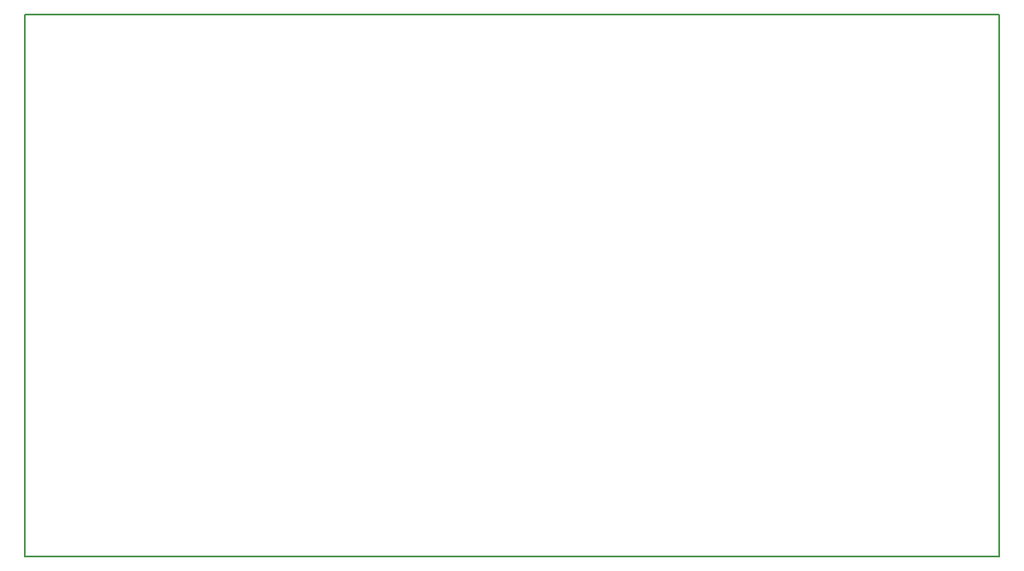
<source format=gbr>
%TF.GenerationSoftware,KiCad,Pcbnew,(6.0.4)*%
%TF.CreationDate,2022-07-18T11:06:22+02:00*%
%TF.ProjectId,GBDuino2,47424475-696e-46f3-922e-6b696361645f,rev?*%
%TF.SameCoordinates,Original*%
%TF.FileFunction,Profile,NP*%
%FSLAX46Y46*%
G04 Gerber Fmt 4.6, Leading zero omitted, Abs format (unit mm)*
G04 Created by KiCad (PCBNEW (6.0.4)) date 2022-07-18 11:06:22*
%MOMM*%
%LPD*%
G01*
G04 APERTURE LIST*
%TA.AperFunction,Profile*%
%ADD10C,0.150000*%
%TD*%
G04 APERTURE END LIST*
D10*
X106680000Y-121920000D02*
X106680000Y-68199000D01*
X128270000Y-121920000D02*
X119126000Y-121920000D01*
X119126000Y-121920000D02*
X106680000Y-121920000D01*
X203073000Y-68199000D02*
X203073000Y-121920000D01*
X201930000Y-121920000D02*
X128270000Y-121920000D01*
X203073000Y-121920000D02*
X201930000Y-121920000D01*
X106680000Y-68199000D02*
X203073000Y-68199000D01*
M02*

</source>
